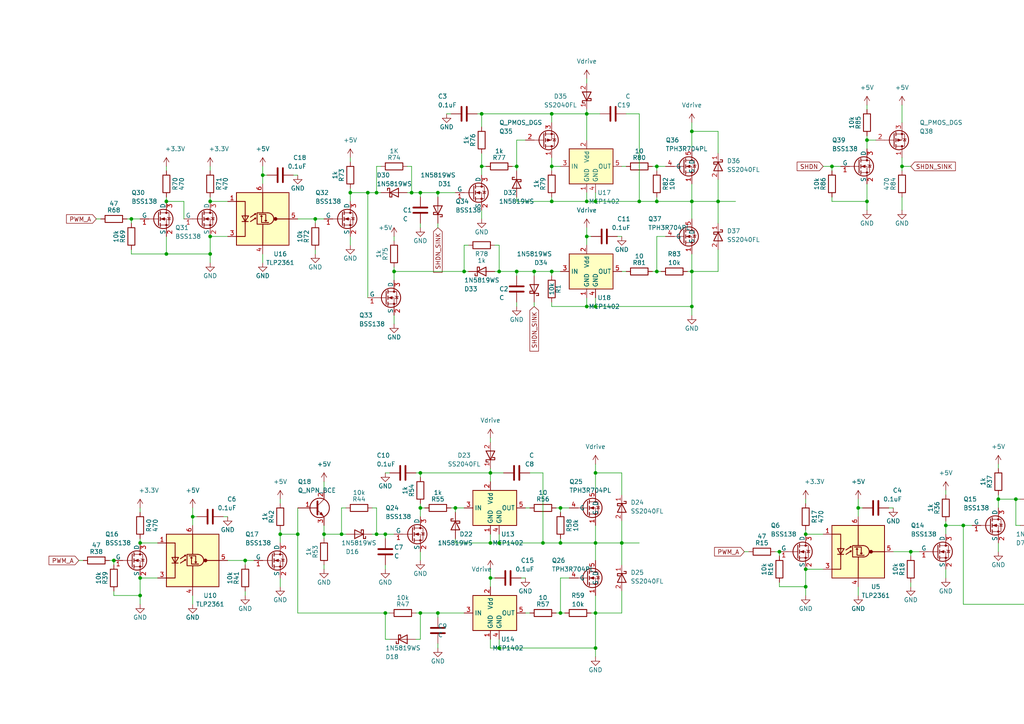
<source format=kicad_sch>
(kicad_sch (version 20230121) (generator eeschema)
  (paper "A4")
  (junction (at 55.88 149.86))
  (junction (at 375.92 154.94))
  (junction (at 375.92 134.62))
  (junction (at 60.96 58.42))
  (junction (at 289.56 144.78))
  (junction (at 279.4 152.4))
  (junction (at 233.68 165.1))
  (junction (at 160.02 33.02))
  (junction (at 365.76 154.94))
  (junction (at 76.2 50.8))
  (junction (at 365.76 144.78))
  (junction (at 264.16 160.02))
  (junction (at 101.6 55.88))
  (junction (at 111.76 177.8))
  (junction (at 347.98 154.94))
  (junction (at 109.22 154.94))
  (junction (at 149.86 48.26))
  (junction (at 172.72 157.48))
  (junction (at 48.26 58.42))
  (junction (at 139.7 48.26))
  (junction (at 375.92 185.42))
  (junction (at 144.78 78.74))
  (junction (at 248.92 147.32))
  (junction (at 208.28 58.42))
  (junction (at 322.58 175.26))
  (junction (at 261.62 48.26))
  (junction (at 332.74 175.26))
  (junction (at 91.44 63.5))
  (junction (at 142.24 137.16))
  (junction (at 190.5 78.74))
  (junction (at 172.72 177.8))
  (junction (at 71.12 162.56))
  (junction (at 134.62 78.74))
  (junction (at 106.68 55.88))
  (junction (at 335.28 144.78))
  (junction (at 157.48 157.48))
  (junction (at 172.72 88.9))
  (junction (at 86.36 154.94))
  (junction (at 38.1 63.5))
  (junction (at 170.18 58.42))
  (junction (at 200.66 88.9))
  (junction (at 127 177.8))
  (junction (at 99.06 154.94))
  (junction (at 200.66 78.74))
  (junction (at 121.92 55.88))
  (junction (at 40.64 172.72))
  (junction (at 149.86 78.74))
  (junction (at 190.5 48.26))
  (junction (at 170.18 33.02))
  (junction (at 139.7 33.02))
  (junction (at 233.68 170.18))
  (junction (at 375.92 175.26))
  (junction (at 162.56 177.8))
  (junction (at 170.18 88.9))
  (junction (at 144.78 157.48))
  (junction (at 347.98 185.42))
  (junction (at 251.46 58.42))
  (junction (at 170.18 68.58))
  (junction (at 40.64 167.64))
  (junction (at 144.78 187.96))
  (junction (at 121.92 177.8))
  (junction (at 111.76 154.94))
  (junction (at 335.28 154.94))
  (junction (at 241.3 48.26))
  (junction (at 180.34 157.48))
  (junction (at 233.68 154.94))
  (junction (at 40.64 157.48))
  (junction (at 121.92 137.16))
  (junction (at 119.38 55.88))
  (junction (at 200.66 38.1))
  (junction (at 33.02 162.56))
  (junction (at 160.02 78.74))
  (junction (at 60.96 68.58))
  (junction (at 81.28 154.94))
  (junction (at 345.44 154.94))
  (junction (at 60.96 73.66))
  (junction (at 294.64 144.78))
  (junction (at 172.72 187.96))
  (junction (at 314.96 144.78))
  (junction (at 304.8 152.4))
  (junction (at 172.72 137.16))
  (junction (at 93.98 154.94))
  (junction (at 160.02 58.42))
  (junction (at 274.32 152.4))
  (junction (at 325.12 144.78))
  (junction (at 114.3 78.74))
  (junction (at 345.44 129.54))
  (junction (at 48.26 73.66))
  (junction (at 185.42 58.42))
  (junction (at 162.56 157.48))
  (junction (at 154.94 78.74))
  (junction (at 160.02 48.26))
  (junction (at 162.56 147.32))
  (junction (at 226.06 160.02))
  (junction (at 109.22 55.88))
  (junction (at 132.08 147.32))
  (junction (at 383.54 154.94))
  (junction (at 200.66 58.42))
  (junction (at 335.28 129.54))
  (junction (at 360.68 154.94))
  (junction (at 142.24 167.64))
  (junction (at 190.5 58.42))
  (junction (at 121.92 147.32))
  (junction (at 172.72 58.42))
  (junction (at 251.46 40.64))
  (junction (at 142.24 157.48))
  (junction (at 365.76 175.26))
  (junction (at 127 55.88))
  (wire (pts (xy 347.98 154.94) (xy 360.68 154.94)))
  (wire (pts (xy 335.28 129.54) (xy 335.28 132.08)))
  (wire (pts (xy 383.54 175.26) (xy 375.92 175.26)))
  (wire (pts (xy 144.78 71.12) (xy 144.78 78.74)))
  (wire (pts (xy 190.5 68.58) (xy 193.04 68.58)))
  (wire (pts (xy 57.15 149.86) (xy 55.88 149.86)))
  (wire (pts (xy 154.94 80.01) (xy 154.94 78.74)))
  (wire (pts (xy 142.24 135.89) (xy 142.24 137.16)))
  (wire (pts (xy 86.36 154.94) (xy 86.36 177.8)))
  (wire (pts (xy 60.96 48.26) (xy 60.96 49.53)))
  (wire (pts (xy 289.56 143.51) (xy 289.56 144.78)))
  (wire (pts (xy 109.22 55.88) (xy 110.49 55.88)))
  (wire (pts (xy 144.78 157.48) (xy 157.48 157.48)))
  (wire (pts (xy 303.53 152.4) (xy 304.8 152.4)))
  (wire (pts (xy 233.68 165.1) (xy 238.76 165.1)))
  (wire (pts (xy 132.08 147.32) (xy 134.62 147.32)))
  (wire (pts (xy 180.34 151.13) (xy 180.34 157.48)))
  (wire (pts (xy 172.72 58.42) (xy 185.42 58.42)))
  (wire (pts (xy 143.51 167.64) (xy 142.24 167.64)))
  (wire (pts (xy 189.23 48.26) (xy 190.5 48.26)))
  (wire (pts (xy 331.47 167.64) (xy 332.74 167.64)))
  (wire (pts (xy 375.92 170.18) (xy 375.92 175.26)))
  (wire (pts (xy 160.02 57.15) (xy 160.02 58.42)))
  (wire (pts (xy 274.32 152.4) (xy 274.32 154.94)))
  (wire (pts (xy 365.76 175.26) (xy 365.76 165.1)))
  (wire (pts (xy 91.44 72.39) (xy 91.44 73.66)))
  (wire (pts (xy 162.56 156.21) (xy 162.56 157.48)))
  (wire (pts (xy 325.12 137.16) (xy 325.12 144.78)))
  (wire (pts (xy 289.56 144.78) (xy 289.56 147.32)))
  (wire (pts (xy 91.44 63.5) (xy 91.44 64.77)))
  (wire (pts (xy 170.18 58.42) (xy 172.72 58.42)))
  (wire (pts (xy 101.6 55.88) (xy 101.6 58.42)))
  (wire (pts (xy 144.78 157.48) (xy 144.78 154.94)))
  (wire (pts (xy 335.28 153.67) (xy 335.28 154.94)))
  (wire (pts (xy 36.83 63.5) (xy 38.1 63.5)))
  (wire (pts (xy 111.76 163.83) (xy 111.76 165.1)))
  (wire (pts (xy 127 177.8) (xy 127 179.07)))
  (wire (pts (xy 172.72 152.4) (xy 172.72 157.48)))
  (wire (pts (xy 118.11 48.26) (xy 119.38 48.26)))
  (wire (pts (xy 233.68 154.94) (xy 238.76 154.94)))
  (wire (pts (xy 60.96 76.2) (xy 60.96 73.66)))
  (wire (pts (xy 383.54 148.59) (xy 383.54 154.94)))
  (wire (pts (xy 261.62 57.15) (xy 261.62 60.96)))
  (wire (pts (xy 81.28 144.78) (xy 81.28 146.05)))
  (wire (pts (xy 172.72 172.72) (xy 172.72 177.8)))
  (wire (pts (xy 208.28 58.42) (xy 200.66 58.42)))
  (wire (pts (xy 170.18 33.02) (xy 173.99 33.02)))
  (wire (pts (xy 185.42 33.02) (xy 185.42 58.42)))
  (wire (pts (xy 383.54 154.94) (xy 375.92 154.94)))
  (wire (pts (xy 142.24 127) (xy 142.24 128.27)))
  (wire (pts (xy 111.76 177.8) (xy 113.03 177.8)))
  (wire (pts (xy 345.44 119.38) (xy 345.44 120.65)))
  (wire (pts (xy 148.59 48.26) (xy 149.86 48.26)))
  (wire (pts (xy 101.6 45.72) (xy 101.6 46.99)))
  (wire (pts (xy 139.7 60.96) (xy 139.7 63.5)))
  (wire (pts (xy 200.66 58.42) (xy 190.5 58.42)))
  (wire (pts (xy 154.94 78.74) (xy 160.02 78.74)))
  (wire (pts (xy 121.92 177.8) (xy 121.92 185.42)))
  (wire (pts (xy 170.18 31.75) (xy 170.18 33.02)))
  (wire (pts (xy 345.44 154.94) (xy 347.98 154.94)))
  (wire (pts (xy 161.29 147.32) (xy 162.56 147.32)))
  (wire (pts (xy 109.22 147.32) (xy 109.22 154.94)))
  (wire (pts (xy 111.76 177.8) (xy 111.76 185.42)))
  (wire (pts (xy 99.06 147.32) (xy 99.06 154.94)))
  (wire (pts (xy 323.85 175.26) (xy 322.58 175.26)))
  (wire (pts (xy 345.44 129.54) (xy 345.44 137.16)))
  (wire (pts (xy 180.34 78.74) (xy 181.61 78.74)))
  (wire (pts (xy 48.26 48.26) (xy 48.26 49.53)))
  (wire (pts (xy 279.4 152.4) (xy 281.94 152.4)))
  (wire (pts (xy 347.98 185.42) (xy 347.98 182.88)))
  (wire (pts (xy 325.12 137.16) (xy 327.66 137.16)))
  (wire (pts (xy 180.34 157.48) (xy 172.72 157.48)))
  (wire (pts (xy 170.18 66.04) (xy 170.18 68.58)))
  (wire (pts (xy 170.18 86.36) (xy 170.18 88.9)))
  (wire (pts (xy 151.13 167.64) (xy 152.4 167.64)))
  (wire (pts (xy 101.6 54.61) (xy 101.6 55.88)))
  (wire (pts (xy 208.28 58.42) (xy 213.36 58.42)))
  (wire (pts (xy 208.28 78.74) (xy 200.66 78.74)))
  (wire (pts (xy 171.45 68.58) (xy 170.18 68.58)))
  (wire (pts (xy 251.46 30.48) (xy 251.46 31.75)))
  (wire (pts (xy 160.02 78.74) (xy 160.02 80.01)))
  (wire (pts (xy 233.68 165.1) (xy 233.68 170.18)))
  (wire (pts (xy 294.64 152.4) (xy 295.91 152.4)))
  (wire (pts (xy 365.76 144.78) (xy 365.76 146.05)))
  (wire (pts (xy 332.74 175.26) (xy 337.82 175.26)))
  (wire (pts (xy 149.86 87.63) (xy 149.86 88.9)))
  (wire (pts (xy 40.64 167.64) (xy 45.72 167.64)))
  (wire (pts (xy 360.68 129.54) (xy 360.68 154.94)))
  (wire (pts (xy 208.28 38.1) (xy 200.66 38.1)))
  (wire (pts (xy 121.92 147.32) (xy 121.92 146.05)))
  (wire (pts (xy 185.42 58.42) (xy 190.5 58.42)))
  (wire (pts (xy 149.86 48.26) (xy 149.86 49.53)))
  (wire (pts (xy 38.1 63.5) (xy 40.64 63.5)))
  (wire (pts (xy 170.18 68.58) (xy 170.18 71.12)))
  (wire (pts (xy 200.66 35.56) (xy 200.66 38.1)))
  (wire (pts (xy 233.68 153.67) (xy 233.68 154.94)))
  (wire (pts (xy 345.44 165.1) (xy 345.44 167.64)))
  (wire (pts (xy 335.28 144.78) (xy 335.28 146.05)))
  (wire (pts (xy 160.02 88.9) (xy 170.18 88.9)))
  (wire (pts (xy 325.12 153.67) (xy 325.12 154.94)))
  (wire (pts (xy 200.66 38.1) (xy 200.66 43.18)))
  (wire (pts (xy 274.32 152.4) (xy 274.32 151.13)))
  (wire (pts (xy 120.65 177.8) (xy 121.92 177.8)))
  (wire (pts (xy 323.85 144.78) (xy 325.12 144.78)))
  (wire (pts (xy 264.16 160.02) (xy 264.16 161.29)))
  (wire (pts (xy 180.34 171.45) (xy 180.34 177.8)))
  (wire (pts (xy 55.88 149.86) (xy 55.88 147.32)))
  (wire (pts (xy 257.81 147.32) (xy 259.08 147.32)))
  (wire (pts (xy 200.66 58.42) (xy 200.66 63.5)))
  (wire (pts (xy 40.64 147.32) (xy 40.64 148.59)))
  (wire (pts (xy 120.65 137.16) (xy 121.92 137.16)))
  (wire (pts (xy 170.18 88.9) (xy 172.72 88.9)))
  (wire (pts (xy 48.26 57.15) (xy 48.26 58.42)))
  (wire (pts (xy 365.76 144.78) (xy 368.3 144.78)))
  (wire (pts (xy 76.2 50.8) (xy 76.2 48.26)))
  (wire (pts (xy 364.49 144.78) (xy 365.76 144.78)))
  (wire (pts (xy 55.88 172.72) (xy 55.88 175.26)))
  (wire (pts (xy 40.64 167.64) (xy 40.64 172.72)))
  (wire (pts (xy 261.62 45.72) (xy 261.62 48.26)))
  (wire (pts (xy 123.19 147.32) (xy 121.92 147.32)))
  (wire (pts (xy 132.08 156.21) (xy 132.08 157.48)))
  (wire (pts (xy 172.72 157.48) (xy 172.72 162.56)))
  (wire (pts (xy 60.96 58.42) (xy 66.04 58.42)))
  (wire (pts (xy 22.86 162.56) (xy 24.13 162.56)))
  (wire (pts (xy 140.97 48.26) (xy 139.7 48.26)))
  (wire (pts (xy 279.4 175.26) (xy 322.58 175.26)))
  (wire (pts (xy 64.77 149.86) (xy 66.04 149.86)))
  (wire (pts (xy 130.81 33.02) (xy 129.54 33.02)))
  (wire (pts (xy 114.3 77.47) (xy 114.3 78.74)))
  (wire (pts (xy 261.62 30.48) (xy 261.62 35.56)))
  (wire (pts (xy 127 66.04) (xy 127 64.77)))
  (wire (pts (xy 190.5 78.74) (xy 191.77 78.74)))
  (wire (pts (xy 161.29 177.8) (xy 162.56 177.8)))
  (wire (pts (xy 114.3 91.44) (xy 114.3 93.98)))
  (wire (pts (xy 77.47 50.8) (xy 76.2 50.8)))
  (wire (pts (xy 121.92 55.88) (xy 121.92 57.15)))
  (wire (pts (xy 180.34 48.26) (xy 181.61 48.26)))
  (wire (pts (xy 71.12 171.45) (xy 71.12 172.72)))
  (wire (pts (xy 81.28 154.94) (xy 81.28 153.67)))
  (wire (pts (xy 172.72 177.8) (xy 172.72 187.96)))
  (wire (pts (xy 170.18 22.86) (xy 170.18 24.13)))
  (wire (pts (xy 114.3 68.58) (xy 114.3 69.85)))
  (wire (pts (xy 180.34 157.48) (xy 185.42 157.48)))
  (wire (pts (xy 118.11 55.88) (xy 119.38 55.88)))
  (wire (pts (xy 157.48 137.16) (xy 157.48 157.48)))
  (wire (pts (xy 53.34 58.42) (xy 48.26 58.42)))
  (wire (pts (xy 208.28 44.45) (xy 208.28 38.1)))
  (wire (pts (xy 55.88 149.86) (xy 55.88 152.4)))
  (wire (pts (xy 134.62 71.12) (xy 134.62 78.74)))
  (wire (pts (xy 180.34 137.16) (xy 172.72 137.16)))
  (wire (pts (xy 93.98 152.4) (xy 93.98 154.94)))
  (wire (pts (xy 200.66 53.34) (xy 200.66 58.42)))
  (wire (pts (xy 109.22 48.26) (xy 110.49 48.26)))
  (wire (pts (xy 200.66 73.66) (xy 200.66 78.74)))
  (wire (pts (xy 345.44 182.88) (xy 345.44 185.42)))
  (wire (pts (xy 160.02 45.72) (xy 160.02 48.26)))
  (wire (pts (xy 241.3 48.26) (xy 241.3 49.53)))
  (wire (pts (xy 48.26 68.58) (xy 48.26 73.66)))
  (wire (pts (xy 139.7 48.26) (xy 139.7 44.45)))
  (wire (pts (xy 91.44 63.5) (xy 93.98 63.5)))
  (wire (pts (xy 248.92 147.32) (xy 248.92 149.86)))
  (wire (pts (xy 335.28 144.78) (xy 337.82 144.78)))
  (wire (pts (xy 375.92 132.08) (xy 375.92 134.62)))
  (wire (pts (xy 251.46 39.37) (xy 251.46 40.64)))
  (wire (pts (xy 171.45 177.8) (xy 172.72 177.8)))
  (wire (pts (xy 251.46 53.34) (xy 251.46 58.42)))
  (wire (pts (xy 119.38 55.88) (xy 121.92 55.88)))
  (wire (pts (xy 149.86 40.64) (xy 149.86 48.26)))
  (wire (pts (xy 121.92 138.43) (xy 121.92 137.16)))
  (wire (pts (xy 101.6 55.88) (xy 106.68 55.88)))
  (wire (pts (xy 360.68 154.94) (xy 365.76 154.94)))
  (wire (pts (xy 114.3 78.74) (xy 134.62 78.74)))
  (wire (pts (xy 162.56 167.64) (xy 165.1 167.64)))
  (wire (pts (xy 250.19 147.32) (xy 248.92 147.32)))
  (wire (pts (xy 121.92 147.32) (xy 121.92 149.86)))
  (wire (pts (xy 152.4 147.32) (xy 153.67 147.32)))
  (wire (pts (xy 31.75 162.56) (xy 33.02 162.56)))
  (wire (pts (xy 335.28 129.54) (xy 345.44 129.54)))
  (wire (pts (xy 355.6 144.78) (xy 356.87 144.78)))
  (wire (pts (xy 248.92 170.18) (xy 248.92 172.72)))
  (wire (pts (xy 142.24 157.48) (xy 144.78 157.48)))
  (wire (pts (xy 135.89 78.74) (xy 134.62 78.74)))
  (wire (pts (xy 189.23 78.74) (xy 190.5 78.74)))
  (wire (pts (xy 111.76 154.94) (xy 111.76 156.21)))
  (wire (pts (xy 289.56 157.48) (xy 289.56 160.02)))
  (wire (pts (xy 33.02 162.56) (xy 33.02 163.83)))
  (wire (pts (xy 157.48 157.48) (xy 162.56 157.48)))
  (wire (pts (xy 375.92 154.94) (xy 375.92 160.02)))
  (wire (pts (xy 172.72 88.9) (xy 172.72 86.36)))
  (wire (pts (xy 40.64 157.48) (xy 45.72 157.48)))
  (wire (pts (xy 127 186.69) (xy 127 187.96)))
  (wire (pts (xy 331.47 175.26) (xy 332.74 175.26)))
  (wire (pts (xy 180.34 143.51) (xy 180.34 137.16)))
  (wire (pts (xy 66.04 162.56) (xy 71.12 162.56)))
  (wire (pts (xy 27.94 63.5) (xy 29.21 63.5)))
  (wire (pts (xy 233.68 172.72) (xy 233.68 170.18)))
  (wire (pts (xy 199.39 78.74) (xy 200.66 78.74)))
  (wire (pts (xy 127 177.8) (xy 134.62 177.8)))
  (wire (pts (xy 86.36 177.8) (xy 111.76 177.8)))
  (wire (pts (xy 144.78 78.74) (xy 149.86 78.74)))
  (wire (pts (xy 274.32 152.4) (xy 279.4 152.4)))
  (wire (pts (xy 335.28 142.24) (xy 335.28 144.78)))
  (wire (pts (xy 33.02 171.45) (xy 33.02 172.72)))
  (wire (pts (xy 121.92 177.8) (xy 127 177.8)))
  (wire (pts (xy 181.61 33.02) (xy 185.42 33.02)))
  (wire (pts (xy 99.06 147.32) (xy 100.33 147.32)))
  (wire (pts (xy 162.56 147.32) (xy 162.56 148.59)))
  (wire (pts (xy 106.68 55.88) (xy 106.68 86.36)))
  (wire (pts (xy 248.92 147.32) (xy 248.92 144.78)))
  (wire (pts (xy 383.54 154.94) (xy 388.62 154.94)))
  (wire (pts (xy 76.2 50.8) (xy 76.2 53.34)))
  (wire (pts (xy 190.5 48.26) (xy 193.04 48.26)))
  (wire (pts (xy 142.24 187.96) (xy 144.78 187.96)))
  (wire (pts (xy 106.68 55.88) (xy 109.22 55.88)))
  (wire (pts (xy 120.65 185.42) (xy 121.92 185.42)))
  (wire (pts (xy 144.78 187.96) (xy 172.72 187.96)))
  (wire (pts (xy 179.07 68.58) (xy 180.34 68.58)))
  (wire (pts (xy 261.62 48.26) (xy 261.62 49.53)))
  (wire (pts (xy 375.92 149.86) (xy 375.92 154.94)))
  (wire (pts (xy 172.72 88.9) (xy 200.66 88.9)))
  (wire (pts (xy 274.32 142.24) (xy 274.32 143.51)))
  (wire (pts (xy 241.3 58.42) (xy 251.46 58.42)))
  (wire (pts (xy 152.4 177.8) (xy 153.67 177.8)))
  (wire (pts (xy 153.67 137.16) (xy 157.48 137.16)))
  (wire (pts (xy 314.96 144.78) (xy 314.96 140.97)))
  (wire (pts (xy 383.54 168.91) (xy 383.54 175.26)))
  (wire (pts (xy 322.58 167.64) (xy 322.58 175.26)))
  (wire (pts (xy 99.06 154.94) (xy 93.98 154.94)))
  (wire (pts (xy 127 55.88) (xy 121.92 55.88)))
  (wire (pts (xy 160.02 33.02) (xy 170.18 33.02)))
  (wire (pts (xy 121.92 137.16) (xy 142.24 137.16)))
  (wire (pts (xy 81.28 154.94) (xy 86.36 154.94)))
  (wire (pts (xy 119.38 48.26) (xy 119.38 55.88)))
  (wire (pts (xy 127 55.88) (xy 132.08 55.88)))
  (wire (pts (xy 200.66 91.44) (xy 200.66 88.9)))
  (wire (pts (xy 142.24 165.1) (xy 142.24 167.64)))
  (wire (pts (xy 142.24 167.64) (xy 142.24 170.18)))
  (wire (pts (xy 215.9 160.02) (xy 217.17 160.02)))
  (wire (pts (xy 160.02 87.63) (xy 160.02 88.9)))
  (wire (pts (xy 294.64 144.78) (xy 294.64 152.4)))
  (wire (pts (xy 304.8 144.78) (xy 304.8 152.4)))
  (wire (pts (xy 144.78 187.96) (xy 144.78 185.42)))
  (wire (pts (xy 289.56 134.62) (xy 289.56 135.89)))
  (wire (pts (xy 71.12 162.56) (xy 71.12 163.83)))
  (wire (pts (xy 132.08 157.48) (xy 142.24 157.48)))
  (wire (pts (xy 86.36 147.32) (xy 86.36 154.94)))
  (wire (pts (xy 190.5 78.74) (xy 190.5 68.58)))
  (wire (pts (xy 383.54 134.62) (xy 375.92 134.62)))
  (wire (pts (xy 48.26 73.66) (xy 60.96 73.66)))
  (wire (pts (xy 314.96 129.54) (xy 335.28 129.54)))
  (wire (pts (xy 190.5 48.26) (xy 190.5 49.53)))
  (wire (pts (xy 356.87 129.54) (xy 360.68 129.54)))
  (wire (pts (xy 170.18 33.02) (xy 170.18 40.64)))
  (wire (pts (xy 364.49 175.26) (xy 365.76 175.26)))
  (wire (pts (xy 160.02 78.74) (xy 162.56 78.74)))
  (wire (pts (xy 264.16 168.91) (xy 264.16 170.18)))
  (wire (pts (xy 325.12 144.78) (xy 325.12 146.05)))
  (wire (pts (xy 375.92 134.62) (xy 375.92 139.7)))
  (wire (pts (xy 38.1 72.39) (xy 38.1 73.66)))
  (wire (pts (xy 180.34 177.8) (xy 172.72 177.8)))
  (wire (pts (xy 314.96 144.78) (xy 314.96 147.32)))
  (wire (pts (xy 142.24 137.16) (xy 146.05 137.16)))
  (wire (pts (xy 107.95 154.94) (xy 109.22 154.94)))
  (wire (pts (xy 226.06 160.02) (xy 226.06 161.29)))
  (wire (pts (xy 345.44 152.4) (xy 345.44 154.94)))
  (wire (pts (xy 322.58 167.64) (xy 323.85 167.64)))
  (wire (pts (xy 226.06 168.91) (xy 226.06 170.18)))
  (wire (pts (xy 375.92 154.94) (xy 365.76 154.94)))
  (wire (pts (xy 130.81 147.32) (xy 132.08 147.32)))
  (wire (pts (xy 294.64 144.78) (xy 289.56 144.78)))
  (wire (pts (xy 208.28 72.39) (xy 208.28 78.74)))
  (wire (pts (xy 208.28 52.07) (xy 208.28 58.42)))
  (wire (pts (xy 345.44 185.42) (xy 347.98 185.42)))
  (wire (pts (xy 149.86 58.42) (xy 160.02 58.42)))
  (wire (pts (xy 355.6 175.26) (xy 356.87 175.26)))
  (wire (pts (xy 138.43 33.02) (xy 139.7 33.02)))
  (wire (pts (xy 93.98 163.83) (xy 93.98 165.1)))
  (wire (pts (xy 365.76 153.67) (xy 365.76 154.94)))
  (wire (pts (xy 375.92 175.26) (xy 375.92 185.42)))
  (wire (pts (xy 81.28 154.94) (xy 81.28 157.48)))
  (wire (pts (xy 365.76 175.26) (xy 367.03 175.26)))
  (wire (pts (xy 38.1 73.66) (xy 48.26 73.66)))
  (wire (pts (xy 241.3 57.15) (xy 241.3 58.42)))
  (wire (pts (xy 143.51 78.74) (xy 144.78 78.74)))
  (wire (pts (xy 172.72 58.42) (xy 172.72 55.88)))
  (wire (pts (xy 172.72 137.16) (xy 172.72 142.24)))
  (wire (pts (xy 60.96 68.58) (xy 66.04 68.58)))
  (wire (pts (xy 134.62 71.12) (xy 135.89 71.12)))
  (wire (pts (xy 149.86 78.74) (xy 149.86 80.01)))
  (wire (pts (xy 121.92 64.77) (xy 121.92 66.04)))
  (wire (pts (xy 190.5 57.15) (xy 190.5 58.42)))
  (wire (pts (xy 81.28 167.64) (xy 81.28 170.18)))
  (wire (pts (xy 238.76 48.26) (xy 241.3 48.26)))
  (wire (pts (xy 93.98 139.7) (xy 93.98 142.24)))
  (wire (pts (xy 251.46 40.64) (xy 251.46 43.18)))
  (wire (pts (xy 375.92 187.96) (xy 375.92 185.42)))
  (wire (pts (xy 316.23 144.78) (xy 314.96 144.78)))
  (wire (pts (xy 304.8 152.4) (xy 307.34 152.4)))
  (wire (pts (xy 142.24 154.94) (xy 142.24 157.48)))
  (wire (pts (xy 274.32 165.1) (xy 274.32 167.64)))
  (wire (pts (xy 162.56 177.8) (xy 163.83 177.8)))
  (wire (pts (xy 345.44 129.54) (xy 349.25 129.54)))
  (wire (pts (xy 109.22 154.94) (xy 111.76 154.94)))
  (wire (pts (xy 139.7 48.26) (xy 139.7 50.8)))
  (wire (pts (xy 60.96 57.15) (xy 60.96 58.42)))
  (wire (pts (xy 233.68 144.78) (xy 233.68 146.05)))
  (wire (pts (xy 180.34 157.48) (xy 180.34 163.83)))
  (wire (pts (xy 111.76 154.94) (xy 114.3 154.94)))
  (wire (pts (xy 76.2 73.66) (xy 76.2 76.2)))
  (wire (pts (xy 33.02 172.72) (xy 40.64 172.72)))
  (wire (pts (xy 40.64 156.21) (xy 40.64 157.48)))
  (wire (pts (xy 139.7 33.02) (xy 160.02 33.02)))
  (wire (pts (xy 345.44 128.27) (xy 345.44 129.54)))
  (wire (pts (xy 162.56 147.32) (xy 165.1 147.32)))
  (wire (pts (xy 60.96 68.58) (xy 60.96 73.66)))
  (wire (pts (xy 142.24 137.16) (xy 142.24 139.7)))
  (wire (pts (xy 99.06 154.94) (xy 100.33 154.94)))
  (wire (pts (xy 264.16 160.02) (xy 266.7 160.02)))
  (wire (pts (xy 365.76 165.1) (xy 368.3 165.1)))
  (wire (pts (xy 325.12 154.94) (xy 335.28 154.94)))
  (wire (pts (xy 85.09 50.8) (xy 86.36 50.8)))
  (wire (pts (xy 200.66 78.74) (xy 200.66 88.9)))
  (wire (pts (xy 38.1 63.5) (xy 38.1 64.77)))
  (wire (pts (xy 259.08 160.02) (xy 264.16 160.02)))
  (wire (pts (xy 251.46 40.64) (xy 254 40.64)))
  (wire (pts (xy 279.4 152.4) (xy 279.4 175.26)))
  (wire (pts (xy 53.34 58.42) (xy 53.34 63.5)))
  (wire (pts (xy 160.02 48.26) (xy 162.56 48.26)))
  (wire (pts (xy 114.3 78.74) (xy 114.3 81.28)))
  (wire (pts (xy 172.72 157.48) (xy 162.56 157.48)))
  (wire (pts (xy 335.28 154.94) (xy 345.44 154.94)))
  (wire (pts (xy 172.72 190.5) (xy 172.72 187.96)))
  (wire (pts (xy 208.28 58.42) (xy 208.28 64.77)))
  (wire (pts (xy 172.72 134.62) (xy 172.72 137.16)))
  (wire (pts (xy 314.96 157.48) (xy 314.96 160.02)))
  (wire (pts (xy 139.7 33.02) (xy 139.7 36.83)))
  (wire (pts (xy 109.22 48.26) (xy 109.22 55.88)))
  (wire (pts (xy 251.46 60.96) (xy 251.46 58.42)))
  (wire (pts (xy 162.56 177.8) (xy 162.56 167.64)))
  (wire (pts (xy 132.08 147.32) (xy 132.08 148.59)))
  (wire (pts (xy 383.54 140.97) (xy 383.54 134.62)))
  (wire (pts (xy 149.86 40.64) (xy 152.4 40.64)))
  (wire (pts (xy 374.65 175.26) (xy 375.92 175.26)))
  (wire (pts (xy 149.86 78.74) (xy 154.94 78.74)))
  (wire (pts (xy 160.02 33.02) (xy 160.02 35.56)))
  (wire (pts (xy 142.24 185.42) (xy 142.24 187.96)))
  (wire (pts (xy 121.92 160.02) (xy 121.92 162.56)))
  (wire (pts (xy 226.06 170.18) (xy 233.68 170.18)))
  (wire (pts (xy 224.79 160.02) (xy 226.06 160.02)))
  (wire (pts (xy 241.3 48.26) (xy 243.84 48.26)))
  (wire (pts (xy 154.94 88.9) (xy 154.94 87.63)))
  (wire (pts (xy 107.95 147.32) (xy 109.22 147.32)))
  (wire (pts (xy 303.53 144.78) (xy 304.8 144.78)))
  (wire (pts (xy 113.03 185.42) (xy 111.76 185.42)))
  (wire (pts (xy 149.86 57.15) (xy 149.86 58.42)))
  (wire (pts (xy 127 57.15) (xy 127 55.88)))
  (wire (pts (xy 332.74 167.64) (xy 332.74 175.26)))
  (wire (pts (xy 347.98 154.94) (xy 347.98 152.4)))
  (wire (pts (xy 314.96 129.54) (xy 314.96 133.35)))
  (wire (pts (xy 86.36 63.5) (xy 91.44 63.5)))
  (wire (pts (xy 101.6 68.58) (xy 101.6 71.12)))
  (wire (pts (xy 383.54 154.94) (xy 383.54 161.29)))
  (wire (pts (xy 347.98 185.42) (xy 375.92 185.42)))
  (wire (pts (xy 294.64 144.78) (xy 295.91 144.78)))
  (wire (pts (xy 160.02 48.26) (xy 160.02 49.53)))
  (wire (pts (xy 71.12 162.56) (xy 73.66 162.56)))
  (wire (pts (xy 40.64 175.26) (xy 40.64 172.72)))
  (wire (pts (xy 160.02 58.42) (xy 170.18 58.42)))
  (wire (pts (xy 264.16 48.26) (xy 261.62 48.26)))
  (wire (pts (xy 113.03 137.16) (xy 111.76 137.16)))
  (wire (pts (xy 143.51 71.12) (xy 144.78 71.12)))
  (wire (pts (xy 93.98 154.94) (xy 93.98 156.21)))
  (wire (pts (xy 170.18 55.88) (xy 170.18 58.42)))
  (global_label "PWM_A" (shape input) (at 22.86 162.56 180) (property "Intersheetrefs" "${INTERSHEET_REFS}" (effects hide)))
  (global_label "SHDN_SINK" (shape input) (at 127 66.04 270) (property "Intersheetrefs" "${INTERSHEET_REFS}" (effects hide)))
  (global_label "SHDN_SINK" (shape input) (at 154.94 88.9 270) (property "Intersheetrefs" "${INTERSHEET_REFS}" (effects hide)))
  (global_label "PWM_A" (shape input) (at 215.9 160.02 180) (property "Intersheetrefs" "${INTERSHEET_REFS}" (effects hide)))
  (global_label "SHDN" (shape input) (at 238.76 48.26 180) (property "Intersheetrefs" "${INTERSHEET_REFS}" (effects hide)))
  (global_label "SHDN_SINK" (shape input) (at 264.16 48.26 0) (property "Intersheetrefs" "${INTERSHEET_REFS}" (effects hide)))
  (global_label "PWM_A" (shape input) (at 27.94 63.5 180) (property "Intersheetrefs" "${INTERSHEET_REFS}" (effects hide)))
  (symbol (lib_name "Q_NMOS_GSD_1") (lib_id "Device:Q_NMOS_GSD") (at 78.74 162.56 0) (unit 1)
    (property "Reference" "Q17" (at 71.12 154.94 0) (effects (justify left)))
    (property "Value" "BSS138" (at 71.12 157.48 0) (effects (justify left)))
    (property "Footprint" "Package_TO_SOT_SMD:SOT-23" (effects hide))
  )
  (symbol (lib_id "power:GND") (at 121.92 66.04 0) (unit 1)
    (property "Reference" "#PWR01" (effects hide))
    (property "Value" "GND" (at 121.92 69.85 0))
  )
  (symbol (lib_id "Device:C") (at 149.86 83.82 0) (unit 1)
    (property "Reference" "C2" (at 144.78 83.82 0) (effects (justify left)))
    (property "Value" "C" (at 144.78 86.36 0) (effects (justify left)))
    (property "Footprint" "Capacitor_SMD:C_0603_1608Metric" (effects hide))
  )
  (symbol (lib_id "Device:R") (at 370.84 175.26 270) (unit 1)
    (property "Reference" "R34" (at 370.84 170.18 90))
    (property "Value" "10k" (at 370.84 172.72 90))
    (property "Footprint" "Resistor_SMD:R_0402_1005Metric" (effects hide))
  )
  (symbol (lib_name "D_Schottky_3") (lib_id "Device:D_Schottky") (at 154.94 83.82 270) (mirror x) (unit 1)
    (property "Reference" "D34" (at 154.94 76.2 90) (effects (justify left)))
    (property "Value" "1N5819WS" (at 149.86 73.66 90) (effects (justify left)))
    (property "Footprint" "Diode_SMD:D_SOD-323_HandSoldering" (effects hide))
  )
  (symbol (lib_name "Q_NMOS_GSD_1") (lib_id "Device:Q_NMOS_GSD") (at 119.38 154.94 0) (unit 1)
    (property "Reference" "Q24" (at 111.76 147.32 0) (effects (justify left)))
    (property "Value" "BSS138" (at 111.76 149.86 0) (effects (justify left)))
    (property "Footprint" "Package_TO_SOT_SMD:SOT-23" (effects hide))
  )
  (symbol (lib_id "power:Vdrive") (at 345.44 165.1 0) (unit 1)
    (property "Reference" "#PWR022" (effects hide))
    (property "Value" "Vdrive" (at 345.44 160.02 0))
  )
  (symbol (lib_id "Device:R") (at 60.96 53.34 0) (unit 1)
    (property "Reference" "R71" (at 63.5 53.34 90))
    (property "Value" "470" (at 65.405 53.34 90))
    (property "Footprint" "Resistor_SMD:R_0402_1005Metric" (effects hide))
  )
  (symbol (lib_id "Device:R") (at 327.66 167.64 90) (unit 1)
    (property "Reference" "R21" (at 327.66 165.1 90))
    (property "Value" "10k" (at 327.66 163.195 90))
    (property "Footprint" "Resistor_SMD:R_0402_1005Metric" (effects hide))
  )
  (symbol (lib_id "Device:R") (at 40.64 152.4 0) (unit 1)
    (property "Reference" "R40" (at 43.18 152.4 90))
    (property "Value" "470" (at 45.085 152.4 90))
    (property "Footprint" "Resistor_SMD:R_0402_1005Metric" (effects hide))
  )
  (symbol (lib_id "power:GND") (at 55.88 175.26 0) (unit 1)
    (property "Reference" "#PWR032" (effects hide))
    (property "Value" "GND" (at 55.88 179.07 0))
  )
  (symbol (lib_id "Device:C") (at 81.28 50.8 90) (unit 1)
    (property "Reference" "C18" (at 88.9 45.72 90) (effects (justify left)))
    (property "Value" "0.1uF" (at 88.9 48.26 90) (effects (justify left)))
    (property "Footprint" "Capacitor_SMD:C_0402_1005Metric" (effects hide))
  )
  (symbol (lib_id "Device:C") (at 127 182.88 0) (unit 1)
    (property "Reference" "C9" (at 127 181.61 0) (effects (justify left)))
    (property "Value" "C" (at 127 184.15 0) (effects (justify left)))
    (property "Footprint" "Capacitor_SMD:C_0603_1608Metric" (effects hide))
  )
  (symbol (lib_id "Device:R") (at 157.48 147.32 90) (unit 1)
    (property "Reference" "R56" (at 157.48 144.78 90))
    (property "Value" "10" (at 157.48 142.875 90))
    (property "Footprint" "Resistor_SMD:R_0603_1608Metric" (effects hide))
  )
  (symbol (lib_id "Device:C") (at 116.84 137.16 270) (mirror x) (unit 1)
    (property "Reference" "C10" (at 109.22 132.08 90) (effects (justify left)))
    (property "Value" "0.1uF" (at 109.22 134.62 90) (effects (justify left)))
    (property "Footprint" "Capacitor_SMD:C_0402_1005Metric" (effects hide))
  )
  (symbol (lib_id "power:GND") (at 111.76 165.1 0) (unit 1)
    (property "Reference" "#PWR050" (effects hide))
    (property "Value" "GND" (at 111.76 168.91 0))
  )
  (symbol (lib_id "power:GND") (at 289.56 160.02 0) (unit 1)
    (property "Reference" "#PWR028" (effects hide))
    (property "Value" "GND" (at 289.56 163.83 0))
  )
  (symbol (lib_id "Device:R") (at 139.7 71.12 90) (mirror x) (unit 1)
    (property "Reference" "R78" (at 139.7 73.66 90))
    (property "Value" "1k" (at 139.7 75.565 90))
    (property "Footprint" "Resistor_SMD:R_0402_1005Metric" (effects hide))
  )
  (symbol (lib_id "Device:C") (at 254 147.32 90) (unit 1)
    (property "Reference" "C4" (at 261.62 142.24 90) (effects (justify left)))
    (property "Value" "0.1uF" (at 261.62 144.78 90) (effects (justify left)))
    (property "Footprint" "Capacitor_SMD:C_0402_1005Metric" (effects hide))
  )
  (symbol (lib_id "Device:R") (at 157.48 177.8 90) (unit 1)
    (property "Reference" "R57" (at 157.48 175.26 90))
    (property "Value" "10" (at 157.48 173.355 90))
    (property "Footprint" "Resistor_SMD:R_0603_1608Metric" (effects hide))
  )
  (symbol (lib_id "power:GND") (at 274.32 167.64 0) (unit 1)
    (property "Reference" "#PWR025" (effects hide))
    (property "Value" "GND" (at 274.32 171.45 0))
  )
  (symbol (lib_id "Device:R") (at 71.12 167.64 180) (unit 1)
    (property "Reference" "R41" (at 68.58 167.64 90))
    (property "Value" "10k" (at 66.675 167.64 90))
    (property "Footprint" "Resistor_SMD:R_0402_1005Metric" (effects hide))
  )
  (symbol (lib_id "power:+5V") (at 274.32 142.24 0) (unit 1)
    (property "Reference" "#PWR026" (effects hide))
    (property "Value" "+5V" (at 274.32 137.16 0))
  )
  (symbol (lib_name "D_Schottky_3") (lib_id "Device:D_Schottky") (at 327.66 175.26 0) (mirror x) (unit 1)
    (property "Reference" "D8" (at 322.58 180.34 0) (effects (justify left)))
    (property "Value" "1N5819WS" (at 322.58 177.8 0) (effects (justify left)))
    (property "Footprint" "Diode_SMD:D_SOD-323_HandSoldering" (effects hide))
  )
  (symbol (lib_id "power:GND") (at 149.86 88.9 0) (unit 1)
    (property "Reference" "#PWR02" (effects hide))
    (property "Value" "GND" (at 149.86 92.71 0))
  )
  (symbol (lib_id "power:+5V") (at 101.6 45.72 0) (unit 1)
    (property "Reference" "#PWR084" (effects hide))
    (property "Value" "+5V" (at 101.6 40.64 0))
  )
  (symbol (lib_id "power:Vdrive") (at 375.92 132.08 0) (unit 1)
    (property "Reference" "#PWR023" (effects hide))
    (property "Value" "Vdrive" (at 375.92 127 0))
  )
  (symbol (lib_id "Device:D_Schottky") (at 383.54 144.78 270) (unit 1)
    (property "Reference" "D14" (at 386.08 143.1924 90) (effects (justify left)))
    (property "Value" "SS2040FL" (at 386.08 145.7324 90) (effects (justify left)))
    (property "Footprint" "Diode_SMD:D_SOD-123" (effects hide))
  )
  (symbol (lib_id "Isolator:TLP2761") (at 55.88 162.56 0) (unit 1)
    (property "Reference" "U10" (at 60.96 172.72 0))
    (property "Value" "TLP2361" (at 60.96 175.26 0))
    (property "Footprint" "Package_SO:SO-6_4.4x3.6mm_P1.27mm" (effects hide))
    (property "Datasheet" "https://toshiba.semicon-storage.com/info/docget.jsp?did=28819&prodName=TLP2761" (effects hide))
  )
  (symbol (lib_id "power:+3.3V") (at 233.68 144.78 0) (unit 1)
    (property "Reference" "#PWR014" (effects hide))
    (property "Value" "+3.3V" (at 236.22 139.7 0))
  )
  (symbol (lib_name "D_Schottky_3") (lib_id "Device:D_Schottky") (at 132.08 152.4 90) (mirror x) (unit 1)
    (property "Reference" "D22" (at 137.16 154.94 90) (effects (justify left)))
    (property "Value" "1N5819WS" (at 137.16 157.48 90) (effects (justify left)))
    (property "Footprint" "Diode_SMD:D_SOD-323_HandSoldering" (effects hide))
  )
  (symbol (lib_id "power:GND") (at 139.7 63.5 0) (unit 1)
    (property "Reference" "#PWR088" (effects hide))
    (property "Value" "GND" (at 139.7 67.31 0))
  )
  (symbol (lib_id "Device:R") (at 289.56 139.7 180) (unit 1)
    (property "Reference" "R37" (at 287.02 139.7 90))
    (property "Value" "1k" (at 285.115 139.7 90))
    (property "Footprint" "Resistor_SMD:R_0402_1005Metric" (effects hide))
  )
  (symbol (lib_id "Device:D_Schottky") (at 383.54 165.1 270) (unit 1)
    (property "Reference" "D15" (at 386.08 163.5124 90) (effects (justify left)))
    (property "Value" "SS2040FL" (at 386.08 166.0524 90) (effects (justify left)))
    (property "Footprint" "Diode_SMD:D_SOD-123" (effects hide))
  )
  (symbol (lib_id "Isolator:TLP2761") (at 248.92 160.02 0) (unit 1)
    (property "Reference" "U5" (at 254 170.18 0))
    (property "Value" "TLP2361" (at 254 172.72 0))
    (property "Footprint" "Package_SO:SO-6_4.4x3.6mm_P1.27mm" (effects hide))
    (property "Datasheet" "https://toshiba.semicon-storage.com/info/docget.jsp?did=28819&prodName=TLP2761" (effects hide))
  )
  (symbol (lib_id "Device:R") (at 320.04 144.78 270) (mirror x) (unit 1)
    (property "Reference" "R22" (at 320.04 142.24 90))
    (property "Value" "1k" (at 320.04 140.335 90))
    (property "Footprint" "Resistor_SMD:R_0402_1005Metric" (effects hide))
  )
  (symbol (lib_id "power:GND") (at 251.46 60.96 0) (unit 1)
    (property "Reference" "#PWR096" (effects hide))
    (property "Value" "GND" (at 251.46 64.77 0))
  )
  (symbol (lib_name "Q_NMOS_GSD_1") (lib_id "Device:Q_NMOS_GSD") (at 58.42 63.5 0) (unit 1)
    (property "Reference" "Q31" (at 50.8 66.04 0) (effects (justify left)))
    (property "Value" "BSS138" (at 50.8 68.58 0) (effects (justify left)))
    (property "Footprint" "Package_TO_SOT_SMD:SOT-23" (effects hide))
  )
  (symbol (lib_id "Device:R") (at 160.02 83.82 180) (unit 1)
    (property "Reference" "R1" (at 161.925 83.82 90))
    (property "Value" "10k" (at 160.02 83.82 90))
    (property "Footprint" "Resistor_SMD:R_0402_1005Metric" (effects hide))
  )
  (symbol (lib_name "Q_NMOS_GSD_1") (lib_id "Device:Q_NMOS_GSD") (at 99.06 63.5 0) (unit 1)
    (property "Reference" "Q32" (at 91.44 55.88 0) (effects (justify left)))
    (property "Value" "BSS138" (at 91.44 58.42 0) (effects (justify left)))
    (property "Footprint" "Package_TO_SOT_SMD:SOT-23" (effects hide))
  )
  (symbol (lib_name "Q_NMOS_GSD_1") (lib_id "Device:Q_NMOS_GSD") (at 248.92 48.26 0) (unit 1)
    (property "Reference" "Q39" (at 241.3 40.64 0) (effects (justify left)))
    (property "Value" "BSS138" (at 241.3 43.18 0) (effects (justify left)))
    (property "Footprint" "Package_TO_SOT_SMD:SOT-23" (effects hide))
  )
  (symbol (lib_id "power:GND") (at 172.72 190.5 0) (unit 1)
    (property "Reference" "#PWR062" (effects hide))
    (property "Value" "GND" (at 172.72 194.31 0))
  )
  (symbol (lib_id "power:GND") (at 375.92 187.96 0) (unit 1)
    (property "Reference" "#PWR024" (effects hide))
    (property "Value" "GND" (at 375.92 191.77 0))
  )
  (symbol (lib_id "power:GND") (at 127 187.96 0) (unit 1)
    (property "Reference" "#PWR051" (effects hide))
    (property "Value" "GND" (at 127 191.77 0))
  )
  (symbol (lib_id "Device:R") (at 104.14 147.32 90) (unit 1)
    (property "Reference" "R44" (at 104.14 144.78 90))
    (property "Value" "10k" (at 104.14 142.875 90))
    (property "Footprint" "Resistor_SMD:R_0402_1005Metric" (effects hide))
  )
  (symbol (lib_id "Driver_FET:MCP1416") (at 345.44 144.78 0) (unit 1)
    (property "Reference" "U6" (at 350.52 152.4 0))
    (property "Value" "MCP1402" (at 350.52 154.94 0))
    (property "Footprint" "Package_TO_SOT_SMD:SOT-23-5" (effects hide))
    (property "Datasheet" "http://ww1.microchip.com/downloads/en/DeviceDoc/20002092F.pdf" (effects hide))
  )
  (symbol (lib_id "Device:R") (at 261.62 53.34 180) (unit 1)
    (property "Reference" "R84" (at 259.08 53.34 90))
    (property "Value" "470" (at 257.175 53.34 90))
    (property "Footprint" "Resistor_SMD:R_0402_1005Metric" (effects hide))
  )
  (symbol (lib_id "Transistor_FET:FDMS8050") (at 373.38 165.1 0) (unit 1)
    (property "Reference" "Q12" (at 363.22 160.02 0) (effects (justify left)))
    (property "Value" "TPH3R704PL" (at 363.22 162.56 0) (effects (justify left)))
    (property "Footprint" "SOP-Advance-8:SOP-Advance" (effects hide))
    (property "Datasheet" "https://www.onsemi.com/pub/Collateral/FDMS8050-D.pdf" (effects hide))
  )
  (symbol (lib_name "D_Schottky_3") (lib_id "Device:D_Schottky") (at 104.14 154.94 180) (unit 1)
    (property "Reference" "D16" (at 104.14 160.02 0) (effects (justify left)))
    (property "Value" "1N5819WS" (at 109.22 157.48 0) (effects (justify left)))
    (property "Footprint" "Diode_SMD:D_SOD-323_HandSoldering" (effects hide))
  )
  (symbol (lib_name "D_Schottky_3") (lib_id "Device:D_Schottky") (at 116.84 185.42 0) (mirror x) (unit 1)
    (property "Reference" "D18" (at 111.76 190.5 0) (effects (justify left)))
    (property "Value" "1N5819WS" (at 111.76 187.96 0) (effects (justify left)))
    (property "Footprint" "Diode_SMD:D_SOD-323_HandSoldering" (effects hide))
  )
  (symbol (lib_id "power:+5V") (at 114.3 68.58 0) (unit 1)
    (property "Reference" "#PWR086" (effects hide))
    (property "Value" "+5V" (at 111.76 66.04 0))
  )
  (symbol (lib_id "Device:D_Schottky") (at 170.18 27.94 90) (unit 1)
    (property "Reference" "D35" (at 162.56 27.94 90))
    (property "Value" "SS2040FL" (at 162.56 30.48 90))
    (property "Footprint" "Diode_SMD:D_SOD-123" (effects hide))
  )
  (symbol (lib_id "Device:C") (at 177.8 33.02 90) (unit 1)
    (property "Reference" "C19" (at 182.88 30.48 90) (effects (justify left)))
    (property "Value" "C" (at 182.88 27.94 90) (effects (justify left)))
    (property "Footprint" "Capacitor_SMD:C_1210_3225Metric_Pad1.33x2.70mm_HandSolder" (effects hide))
  )
  (symbol (lib_id "Device:R") (at 167.64 177.8 270) (unit 1)
    (property "Reference" "R59" (at 167.64 172.72 90))
    (property "Value" "10k" (at 167.64 175.26 90))
    (property "Footprint" "Resistor_SMD:R_0402_1005Metric" (effects hide))
  )
  (symbol (lib_id "power:GND") (at 264.16 170.18 0) (unit 1)
    (property "Reference" "#PWR019" (effects hide))
    (property "Value" "GND" (at 264.16 173.99 0))
  )
  (symbol (lib_id "power:GND") (at 93.98 165.1 0) (unit 1)
    (property "Reference" "#PWR057" (effects hide))
    (property "Value" "GND" (at 93.98 168.91 0))
  )
  (symbol (lib_name "Q_NMOS_GSD_1") (lib_id "Device:Q_NMOS_GSD") (at 111.76 86.36 0) (unit 1)
    (property "Reference" "Q33" (at 104.14 91.44 0) (effects (justify left)))
    (property "Value" "BSS138" (at 104.14 93.98 0) (effects (justify left)))
    (property "Footprint" "Package_TO_SOT_SMD:SOT-23" (effects hide))
  )
  (symbol (lib_id "power:GND") (at 111.76 137.16 0) (mirror y) (unit 1)
    (property "Reference" "#PWR052" (effects hide))
    (property "Value" "GND" (at 111.76 140.97 0))
  )
  (symbol (lib_id "Device:R") (at 144.78 48.26 270) (mirror x) (unit 1)
    (property "Reference" "R77" (at 144.78 45.72 90))
    (property "Value" "1k" (at 144.78 43.815 90))
    (property "Footprint" "Resistor_SMD:R_0402_1005Metric" (effects hide))
  )
  (symbol (lib_id "power:GND") (at 152.4 167.64 0) (unit 1)
    (property "Reference" "#PWR053" (effects hide))
    (property "Value" "GND" (at 152.4 171.45 0))
  )
  (symbol (lib_id "Device:Q_PMOS_DGS") (at 259.08 40.64 0) (mirror x) (unit 1)
    (property "Reference" "Q38" (at 266.7 38.1 0) (effects (justify left)))
    (property "Value" "Q_PMOS_DGS" (at 266.7 35.56 0) (effects (justify left)))
  )
  (symbol (lib_id "Device:R") (at 251.46 35.56 180) (unit 1)
    (property "Reference" "R85" (at 248.92 35.56 90))
    (property "Value" "10k" (at 247.015 35.56 90))
    (property "Footprint" "Resistor_SMD:R_0402_1005Metric" (effects hide))
  )
  (symbol (lib_id "Device:C") (at 60.96 149.86 90) (unit 1)
    (property "Reference" "C6" (at 68.58 144.78 90) (effects (justify left)))
    (property "Value" "0.1uF" (at 68.58 147.32 90) (effects (justify left)))
    (property "Footprint" "Capacitor_SMD:C_0402_1005Metric" (effects hide))
  )
  (symbol (lib_id "Device:R") (at 160.02 53.34 180) (unit 1)
    (property "Reference" "R79" (at 157.48 53.34 90))
    (property "Value" "1k" (at 155.575 53.34 90))
    (property "Footprint" "Resistor_SMD:R_0402_1005Metric" (effects hide))
  )
  (symbol (lib_id "Device:R") (at 185.42 48.26 90) (unit 1)
    (property "Reference" "R80" (at 185.42 45.72 90))
    (property "Value" "10" (at 185.42 43.815 90))
    (property "Footprint" "Resistor_SMD:R_0603_1608Metric" (effects hide))
  )
  (symbol (lib_id "Device:D_Schottky") (at 142.24 132.08 90) (unit 1)
    (property "Reference" "D23" (at 134.62 132.08 90))
    (property "Value" "SS2040FL" (at 134.62 134.62 90))
    (property "Footprint" "Diode_SMD:D_SOD-123" (effects hide))
  )
  (symbol (lib_id "power:+5V") (at 81.28 144.78 0) (unit 1)
    (property "Reference" "#PWR048" (effects hide))
    (property "Value" "+5V" (at 81.28 139.7 0))
  )
  (symbol (lib_id "Device:R") (at 226.06 165.1 180) (unit 1)
    (property "Reference" "R16" (at 223.52 165.1 90))
    (property "Value" "10k" (at 221.615 165.1 90))
    (property "Footprint" "Resistor_SMD:R_0402_1005Metric" (effects hide))
  )
  (symbol (lib_id "power:GND") (at 40.64 175.26 0) (unit 1)
    (property "Reference" "#PWR030" (effects hide))
    (property "Value" "GND" (at 40.64 179.07 0))
  )
  (symbol (lib_id "Device:R") (at 81.28 149.86 180) (unit 1)
    (property "Reference" "R42" (at 78.74 149.86 90))
    (property "Value" "1k" (at 76.835 149.86 90))
    (property "Footprint" "Resistor_SMD:R_0402_1005Metric" (effects hide))
  )
  (symbol (lib_id "Isolator:TLP2761") (at 76.2 63.5 0) (unit 1)
    (property "Reference" "U16" (at 81.28 73.66 0))
    (property "Value" "TLP2361" (at 81.28 76.2 0))
    (property "Footprint" "Package_SO:SO-6_4.4x3.6mm_P1.27mm" (effects hide))
    (property "Datasheet" "https://toshiba.semicon-storage.com/info/docget.jsp?did=28819&prodName=TLP2761" (effects hide))
  )
  (symbol (lib_id "power:Vdrive") (at 172.72 134.62 0) (unit 1)
    (property "Reference" "#PWR061" (effects hide))
    (property "Value" "Vdrive" (at 172.72 129.54 0))
  )
  (symbol (lib_id "power:GND") (at 101.6 71.12 0) (unit 1)
    (property "Reference" "#PWR085" (effects hide))
    (property "Value" "GND" (at 101.6 74.93 0))
  )
  (symbol (lib_id "Device:R") (at 195.58 78.74 270) (unit 1)
    (property "Reference" "R83" (at 195.58 73.66 90))
    (property "Value" "10k" (at 195.58 76.2 90))
    (property "Footprint" "Resistor_SMD:R_0402_1005Metric" (effects hide))
  )
  (symbol (lib_id "Device:R") (at 114.3 48.26 90) (unit 1)
    (property "Reference" "R74" (at 114.3 45.72 90))
    (property "Value" "1K" (at 114.3 43.815 90))
    (property "Footprint" "Resistor_SMD:R_0402_1005Metric" (effects hide))
  )
  (symbol (lib_id "power:Vdrive") (at 345.44 119.38 0) (unit 1)
    (property "Reference" "#PWR021" (effects hide))
    (property "Value" "Vdrive" (at 345.44 114.3 0))
  )
  (symbol (lib_id "Transistor_FET:FDMS8050") (at 170.18 167.64 0) (unit 1)
    (property "Reference" "Q26" (at 160.02 162.56 0) (effects (justify left)))
    (property "Value" "TPH3R704PL" (at 160.02 165.1 0) (effects (justify left)))
    (property "Footprint" "SOP-Advance-8:SOP-Advance" (effects hide))
    (property "Datasheet" "https://www.onsemi.com/pub/Collateral/FDMS8050-D.pdf" (effects hide))
  )
  (symbol (lib_id "Device:C") (at 353.06 129.54 90) (unit 1)
    (property "Reference" "C5" (at 358.14 127 90) (effects (justify left)))
    (property "Value" "C" (at 358.14 124.46 90) (effects (justify left)))
    (property "Footprint" "Capacitor_SMD:C_1210_3225Metric_Pad1.33x2.70mm_HandSolder" (effects hide))
  )
  (symbol (lib_id "Device:R") (at 299.72 144.78 90) (unit 1)
    (property "Reference" "R20" (at 299.72 142.24 90))
    (property "Value" "10k" (at 299.72 140.335 90))
    (property "Footprint" "Resistor_SMD:R_0402_1005Metric" (effects hide))
  )
  (symbol (lib_id "power:GND") (at 121.92 162.56 0) (unit 1)
    (property "Reference" "#PWR058" (effects hide))
    (property "Value" "GND" (at 121.92 166.37 0))
  )
  (symbol (lib_id "Device:R") (at 33.02 167.64 180) (unit 1)
    (property "Reference" "R39" (at 30.48 167.64 90))
    (property "Value" "10k" (at 28.575 167.64 90))
    (property "Footprint" "Resistor_SMD:R_0402_1005Metric" (effects hide))
  )
  (symbol (lib_id "Device:R") (at 121.92 142.24 180) (unit 1)
    (property "Reference" "R54" (at 119.38 142.24 90))
    (property "Value" "1k" (at 117.475 142.24 90))
    (property "Footprint" "Resistor_SMD:R_0402_1005Metric" (effects hide))
  )
  (symbol (lib_id "power:+5V") (at 251.46 30.48 0) (unit 1)
    (property "Reference" "#PWR095" (effects hide))
    (property "Value" "+5V" (at 251.46 25.4 0))
  )
  (symbol (lib_id "Device:D_Schottky") (at 345.44 124.46 90) (unit 1)
    (property "Reference" "D13" (at 337.82 124.46 90))
    (property "Value" "SS2040FL" (at 337.82 127 90))
    (property "Footprint" "Diode_SMD:D_SOD-123" (effects hide))
  )
  (symbol (lib_name "D_Schottky_3") (lib_id "Device:D_Schottky") (at 149.86 53.34 90) (mirror x) (unit 1)
    (property "Reference" "D32" (at 149.86 55.88 90) (effects (justify left)))
    (property "Value" "1N5819WS" (at 154.94 58.42 90) (effects (justify left)))
    (property "Footprint" "Diode_SMD:D_SOD-323_HandSoldering" (effects hide))
  )
  (symbol (lib_id "power:GND") (at 259.08 147.32 0) (unit 1)
    (property "Reference" "#PWR018" (effects hide))
    (property "Value" "GND" (at 259.08 151.13 0))
  )
  (symbol (lib_name "D_Schottky_3") (lib_id "Device:D_Schottky") (at 127 60.96 270) (mirror x) (unit 1)
    (property "Reference" "D31" (at 127 53.34 90) (effects (justify left)))
    (property "Value" "1N5819WS" (at 121.92 50.8 90) (effects (justify left)))
    (property "Footprint" "Diode_SMD:D_SOD-323_HandSoldering" (effects hide))
  )
  (symbol (lib_id "Device:R") (at 48.26 53.34 0) (unit 1)
    (property "Reference" "R70" (at 50.8 53.34 90))
    (property "Value" "470" (at 52.705 53.34 90))
    (property "Footprint" "Resistor_SMD:R_0402_1005Metric" (effects hide))
  )
  (symbol (lib_id "Driver_FET:MCP1416") (at 142.24 147.32 0) (unit 1)
    (property "Reference" "U13" (at 147.32 154.94 0))
    (property "Value" "MCP1402" (at 147.32 157.48 0))
    (property "Footprint" "Package_TO_SOT_SMD:SOT-23-5" (effects hide))
    (property "Datasheet" "http://ww1.microchip.com/downloads/en/DeviceDoc/20002092F.pdf" (effects hide))
  )
  (symbol (lib_id "power:+5V") (at 93.98 139.7 0) (unit 1)
    (property "Reference" "#PWR056" (effects hide))
    (property "Value" "+5V" (at 93.98 134.62 0))
  )
  (symbol (lib_id "power:Vdrive") (at 142.24 127 0) (unit 1)
    (property "Reference" "#PWR059" (effects hide))
    (property "Value" "Vdrive" (at 142.24 121.92 0))
  )
  (symbol (lib_id "Device:C") (at 134.62 33.02 270) (mirror x) (unit 1)
    (property "Reference" "C3" (at 127 27.94 90) (effects (justify left)))
    (property "Value" "0.1uF" (at 127 30.48 90) (effects (justify left)))
    (property "Footprint" "Capacitor_SMD:C_0402_1005Metric" (effects hide))
  )
  (symbol (lib_id "Device:R") (at 335.28 149.86 180) (unit 1)
    (property "Reference" "R31" (at 332.74 149.86 90))
    (property "Value" "1k" (at 330.835 149.86 90))
    (property "Footprint" "Resistor_SMD:R_0402_1005Metric" (effects hide))
  )
  (symbol (lib_id "power:+5V") (at 55.88 147.32 0) (unit 1)
    (property "Reference" "#PWR031" (effects hide))
    (property "Value" "+5V" (at 55.88 142.24 0))
  )
  (symbol (lib_id "power:GND") (at 86.36 50.8 0) (unit 1)
    (property "Reference" "#PWR082" (effects hide))
    (property "Value" "GND" (at 86.36 54.61 0))
  )
  (symbol (lib_id "Transistor_FET:FDMS8050") (at 373.38 144.78 0) (unit 1)
    (property "Reference" "Q11" (at 368.3 137.16 0) (effects (justify left)))
    (property "Value" "TPH3R704PL" (at 368.3 139.7 0) (effects (justify left)))
    (property "Footprint" "SOP-Advance-8:SOP-Advance" (effects hide))
    (property "Datasheet" "https://www.onsemi.com/pub/Collateral/FDMS8050-D.pdf" (effects hide))
  )
  (symbol (lib_name "Q_NMOS_GSD_1") (lib_id "Device:Q_NMOS_GSD") (at 137.16 55.88 0) (unit 1)
    (property "Reference" "Q34" (at 132.08 58.42 0) (effects (justify left)))
    (property "Value" "BSS138" (at 132.08 60.96 0) (effects (justify left)))
    (property "Footprint" "Package_TO_SOT_SMD:SOT-23" (effects hide))
  )
  (symbol (lib_name "D_Schottky_3") (lib_id "Device:D_Schottky") (at 114.3 55.88 0) (unit 1)
    (property "Reference" "D30" (at 109.22 50.8 0) (effects (justify left)))
    (property "Value" "1N5819WS" (at 109.22 53.34 0) (effects (justify left)))
    (property "Footprint" "Diode_SMD:D_SOD-323_HandSoldering" (effects hide))
  )
  (symbol (lib_name "Q_NMOS_GSD_1") (lib_id "Device:Q_NMOS_GSD") (at 312.42 152.4 0) (unit 1)
    (property "Reference" "Q10" (at 307.34 154.94 0) (effects (justify left)))
    (property "Value" "BSS138" (at 307.34 157.48 0) (effects (justify left)))
    (property "Footprint" "Package_TO_SOT_SMD:SOT-23" (effects hide))
  )
  (symbol (lib_name "Q_NMOS_GSD_1") (lib_id "Device:Q_NMOS_GSD") (at 271.78 160.02 0) (unit 1)
    (property "Reference" "Q14" (at 264.16 152.4 0) (effects (justify left)))
    (property "Value" "BSS138" (at 264.16 154.94 0) (effects (justify left)))
    (property "Footprint" "Package_TO_SOT_SMD:SOT-23" (effects hide))
  )
  (symbol (lib_id "Device:R") (at 233.68 149.86 0) (unit 1)
    (property "Reference" "R17" (at 236.22 149.86 90))
    (property "Value" "470" (at 238.125 149.86 90))
    (property "Footprint" "Resistor_SMD:R_0402_1005Metric" (effects hide))
  )
  (symbol (lib_id "power:GND") (at 114.3 93.98 0) (unit 1)
    (property "Reference" "#PWR087" (effects hide))
    (property "Value" "GND" (at 114.3 97.79 0))
  )
  (symbol (lib_id "Device:C") (at 147.32 167.64 90) (unit 1)
    (property "Reference" "C15" (at 154.94 162.56 90) (effects (justify left)))
    (property "Value" "0.1uF" (at 154.94 165.1 90) (effects (justify left)))
    (property "Footprint" "Capacitor_SMD:C_0402_1005Metric" (effects hide))
  )
  (symbol (lib_id "Device:R") (at 190.5 53.34 0) (mirror x) (unit 1)
    (property "Reference" "R82" (at 193.04 53.34 90))
    (property "Value" "10k" (at 194.945 53.34 90))
    (property "Footprint" "Resistor_SMD:R_0402_1005Metric" (effects hide))
  )
  (symbol (lib_id "Driver_FET:MCP1416") (at 170.18 48.26 0) (unit 1)
    (property "Reference" "U17" (at 175.26 55.88 0))
    (property "Value" "MCP1402" (at 175.26 58.42 0))
    (property "Footprint" "Package_TO_SOT_SMD:SOT-23-5" (effects hide))
    (property "Datasheet" "http://ww1.microchip.com/downloads/en/DeviceDoc/20002092F.pdf" (effects hide))
  )
  (symbol (lib_id "power:+5V") (at 76.2 48.26 0) (unit 1)
    (property "Reference" "#PWR080" (effects hide))
    (property "Value" "+5V" (at 76.2 43.18 0))
  )
  (symbol (lib_id "power:GND") (at 60.96 76.2 0) (unit 1)
    (property "Reference" "#PWR079" (effects hide))
    (property "Value" "GND" (at 60.96 80.01 0))
  )
  (symbol (lib_id "Device:R") (at 264.16 165.1 180) (unit 1)
    (property "Reference" "R18" (at 261.62 165.1 90))
    (property "Value" "10k" (at 259.715 165.1 90))
    (property "Footprint" "Resistor_SMD:R_0402_1005Metric" (effects hide))
  )
  (symbol (lib_id "Device:Q_PMOS_DGS") (at 157.48 40.64 0) (mirror x) (unit 1)
    (property "Reference" "Q35" (at 144.78 38.1 0) (effects (justify left)))
    (property "Value" "Q_PMOS_DGS" (at 144.78 35.56 0) (effects (justify left)))
  )
  (symbol (lib_name "Q_NMOS_GSD_1") (lib_id "Device:Q_NMOS_GSD") (at 287.02 152.4 0) (unit 1)
    (property "Reference" "Q15" (at 279.4 144.78 0) (effects (justify left)))
    (property "Value" "BSS138" (at 279.4 147.32 0) (effects (justify left)))
    (property "Footprint" "Package_TO_SOT_SMD:SOT-23" (effects hide))
  )
  (symbol (lib_id "Device:R") (at 116.84 177.8 90) (unit 1)
    (property "Reference" "R47" (at 116.84 175.26 90))
    (property "Value" "10k" (at 116.84 173.355 90))
    (property "Footprint" "Resistor_SMD:R_0402_1005Metric" (effects hide))
  )
  (symbol (lib_id "power:GND") (at 233.68 172.72 0) (unit 1)
    (property "Reference" "#PWR015" (effects hide))
    (property "Value" "GND" (at 233.68 176.53 0))
  )
  (symbol (lib_id "Driver_FET:MCP1416") (at 170.18 78.74 0) (unit 1)
    (property "Reference" "U18" (at 175.26 86.36 0))
    (property "Value" "MCP1402" (at 175.26 88.9 0))
    (property "Footprint" "Package_TO_SOT_SMD:SOT-23-5" (effects hide))
    (property "Datasheet" "http://ww1.microchip.com/downloads/en/DeviceDoc/20002092F.pdf" (effects hide))
  )
  (symbol (lib_id "Device:R") (at 365.76 149.86 0) (mirror x) (unit 1)
    (property "Reference" "R35" (at 368.3 149.86 90))
    (property "Value" "10k" (at 370.205 149.86 90))
    (property "Footprint" "Resistor_SMD:R_0402_1005Metric" (effects hide))
  )
  (symbol (lib_id "power:Vdrive") (at 200.66 35.56 0) (unit 1)
    (property "Reference" "#PWR091" (effects hide))
    (property "Value" "Vdrive" (at 200.66 30.48 0))
  )
  (symbol (lib_id "Device:R") (at 93.98 160.02 180) (unit 1)
    (property "Reference" "R53" (at 91.44 160.02 90))
    (property "Value" "1k" (at 89.535 160.02 90))
    (property "Footprint" "Resistor_SMD:R_0402_1005Metric" (effects hide))
  )
  (symbol (lib_id "power:Vdrive") (at 170.18 66.04 0) (unit 1)
    (property "Reference" "#PWR090" (effects hide))
    (property "Value" "Vdrive" (at 170.18 60.96 0))
  )
  (symbol (lib_id "power:+3.3V") (at 60.96 48.26 0) (unit 1)
    (property "Reference" "#PWR078" (effects hide))
    (property "Value" "+3.3V" (at 63.5 43.18 0))
  )
  (symbol (lib_name "Q_NMOS_GSD_1") (lib_id "Device:Q_NMOS_GSD") (at 231.14 160.02 0) (unit 1)
    (property "Reference" "Q6" (at 223.52 152.4 0) (effects (justify left)))
    (property "Value" "BSS138" (at 223.52 154.94 0) (effects (justify left)))
    (property "Footprint" "Package_TO_SOT_SMD:SOT-23" (effects hide))
  )
  (symbol (lib_id "Device:R") (at 127 147.32 270) (mirror x) (unit 1)
    (property "Reference" "R55" (at 127 144.78 90))
    (property "Value" "1k" (at 127 142.875 90))
    (property "Footprint" "Resistor_SMD:R_0402_1005Metric" (effects hide))
  )
  (symbol (lib_id "power:GND") (at 81.28 170.18 0) (unit 1)
    (property "Reference" "#PWR049" (effects hide))
    (property "Value" "GND" (at 81.28 173.99 0))
  )
  (symbol (lib_id "Device:R") (at 360.68 144.78 90) (unit 1)
    (property "Reference" "R33" (at 360.68 142.24 90))
    (property "Value" "10" (at 360.68 140.335 90))
    (property "Footprint" "Resistor_SMD:R_0603_1608Metric" (effects hide))
  )
  (symbol (lib_id "Device:D_Schottky") (at 180.34 167.64 270) (unit 1)
    (property "Reference" "D25" (at 182.88 166.0524 90) (effects (justify left)))
    (property "Value" "SS2040FL" (at 182.88 168.5924 90) (effects (justify left)))
    (property "Footprint" "Diode_SMD:D_SOD-123" (effects hide))
  )
  (symbol (lib_id "power:+3.3V") (at 40.64 147.32 0) (unit 1)
    (property "Reference" "#PWR029" (effects hide))
    (property "Value" "+3.3V" (at 43.18 142.24 0))
  )
  (symbol (lib_id "Device:R") (at 185.42 78.74 90) (unit 1)
    (property "Reference" "R81" (at 185.42 76.2 90))
    (property "Value" "10" (at 185.42 74.295 90))
    (property "Footprint" "Resistor_SMD:R_0603_1608Metric" (effects hide))
  )
  (symbol (lib_id "Device:R") (at 101.6 50.8 180) (unit 1)
    (property "Reference" "R73" (at 99.06 50.8 90))
    (property "Value" "1k" (at 97.155 50.8 90))
    (property "Footprint" "Resistor_SMD:R_0402_1005Metric" (effects hide))
  )
  (symbol (lib_id "Device:R") (at 33.02 63.5 90) (unit 1)
    (property "Reference" "R68" (at 33.02 60.96 90))
    (property "Value" "47" (at 33.02 59.055 90))
    (property "Footprint" "Resistor_SMD:R_0603_1608Metric" (effects hide))
  )
  (symbol (lib_id "Device:Q_PMOS_DGS") (at 332.74 137.16 0) (mirror x) (unit 1)
    (property "Reference" "Q13" (at 320.04 134.62 0) (effects (justify left)))
    (property "Value" "Q_PMOS_DGS" (at 320.04 132.08 0) (effects (justify left)))
  )
  (symbol (lib_id "power:GND") (at 76.2 76.2 0) (unit 1)
    (property "Reference" "#PWR081" (effects hide))
    (property "Value" "GND" (at 76.2 80.01 0))
  )
  (symbol (lib_id "power:GND") (at 314.96 160.02 0) (unit 1)
    (property "Reference" "#PWR020" (effects hide))
    (property "Value" "GND" (at 314.96 163.83 0))
  )
  (symbol (lib_id "Driver_FET:MCP1416") (at 142.24 177.8 0) (unit 1)
    (property "Reference" "U14" (at 147.32 185.42 0))
    (property "Value" "MCP1402" (at 147.32 187.96 0))
    (property "Footprint" "Package_TO_SOT_SMD:SOT-23-5" (effects hide))
    (property "Datasheet" "http://ww1.microchip.com/downloads/en/DeviceDoc/20002092F.pdf" (effects hide))
  )
  (symbol (lib_id "Device:R") (at 360.68 175.26 90) (unit 1)
    (property "Reference" "R32" (at 360.68 172.72 90))
    (property "Value" "10" (at 360.68 170.815 90))
    (property "Footprint" "Resistor_SMD:R_0603_1608Metric" (effects hide))
  )
  (symbol (lib_id "Device:R") (at 38.1 68.58 180) (unit 1)
    (property "Reference" "R69" (at 35.56 68.58 90))
    (property "Value" "10k" (at 33.655 68.58 90))
    (property "Footprint" "Resistor_SMD:R_0402_1005Metric" (effects hide))
  )
  (symbol (lib_id "Device:R") (at 162.56 152.4 0) (mirror x) (unit 1)
    (property "Reference" "R58" (at 165.1 152.4 90))
    (property "Value" "10k" (at 167.005 152.4 90))
    (property "Footprint" "Resistor_SMD:R_0402_1005Metric" (effects hide))
  )
  (symbol (lib_id "Transistor_FET:FDMS8050") (at 198.12 48.26 0) (unit 1)
    (property "Reference" "Q36" (at 193.04 40.64 0) (effects (justify left)))
    (property "Value" "TPH3R704PL" (at 193.04 43.18 0) (effects (justify left)))
    (property "Footprint" "SOP-Advance-8:SOP-Advance" (effects hide))
    (property "Datasheet" "https://www.onsemi.com/pub/Collateral/FDMS8050-D.pdf" (effects hide))
  )
  (symbol (lib_name "Q_NMOS_GSD_1") (lib_id "Device:Q_NMOS_GSD") (at 45.72 63.5 0) (unit 1)
    (property "Reference" "Q30" (at 38.1 55.88 0) (effects (justify left)))
    (property "Value" "BSS138" (at 38.1 58.42 0) (effects (justify left)))
    (property "Footprint" "Package_TO_SOT_SMD:SOT-23" (effects hide))
  )
  (symbol (lib_name "D_Schottky_3") (lib_id "Device:D_Schottky") (at 139.7 78.74 0) (mirror x) (unit 1)
    (property "Reference" "D33" (at 134.62 83.82 0) (effects (justify left)))
    (property "Value" "1N5819WS" (at 134.62 81.28 0) (effects (justify left)))
    (property "Footprint" "Diode_SMD:D_SOD-323_HandSoldering" (effects hide))
  )
  (symbol (lib_id "power:+3.3V") (at 48.26 48.26 0) (unit 1)
    (property "Reference" "#PWR077" (effects hide))
    (property "Value" "+3.3V" (at 50.8 43.18 0))
  )
  (symbol (lib_id "power:+5V") (at 289.56 134.62 0) (unit 1)
    (property "Reference" "#PWR027" (effects hide))
    (property "Value" "+5V" (at 289.56 129.54 0))
  )
  (symbol (lib_id "Device:D_Schottky") (at 208.28 48.26 270) (unit 1)
    (property "Reference" "D36" (at 210.82 46.6724 90) (effects (justify left)))
    (property "Value" "SS2040FL" (at 210.82 49.2124 90) (effects (justify left)))
    (property "Footprint" "Diode_SMD:D_SOD-123" (effects hide))
  )
  (symbol (lib_id "power:GND") (at 180.34 68.58 0) (unit 1)
    (property "Reference" "#PWR04" (effects hide))
    (property "Value" "GND" (at 180.34 72.39 0))
  )
  (symbol (lib_id "Device:R") (at 139.7 40.64 180) (unit 1)
    (property "Reference" "R76" (at 137.16 40.64 90))
    (property "Value" "1k" (at 135.255 40.64 90))
    (property "Footprint" "Resistor_SMD:R_0402_1005Metric" (effects hide))
  )
  (symbol (lib_id "Device:Q_NPN_BCE") (at 91.44 147.32 0) (unit 1)
    (property "Reference" "Q18" (at 86.36 139.7 0) (effects (justify left)))
    (property "Value" "Q_NPN_BCE" (at 86.36 142.24 0) (effects (justify left)))
  )
  (symbol (lib_id "power:Vdrive") (at 170.18 22.86 0) (unit 1)
    (property "Reference" "#PWR089" (effects hide))
    (property "Value" "Vdrive" (at 170.18 17.78 0))
  )
  (symbol (lib_name "Q_NMOS_GSD_1") (lib_id "Device:Q_NMOS_GSD") (at 38.1 162.56 0) (unit 1)
    (property "Reference" "Q16" (at 30.48 154.94 0) (effects (justify left)))
    (property "Value" "BSS138" (at 30.48 157.48 0) (effects (justify left)))
    (property "Footprint" "Package_TO_SOT_SMD:SOT-23" (effects hide))
  )
  (symbol (lib_id "Device:R") (at 314.96 137.16 180) (unit 1)
    (property "Reference" "R19" (at 312.42 137.16 90))
    (property "Value" "1k" (at 310.515 137.16 90))
    (property "Footprint" "Resistor_SMD:R_0402_1005Metric" (effects hide))
  )
  (symbol (lib_id "Device:R") (at 274.32 147.32 180) (unit 1)
    (property "Reference" "R36" (at 271.78 147.32 90))
    (property "Value" "1k" (at 269.875 147.32 90))
    (property "Footprint" "Resistor_SMD:R_0402_1005Metric" (effects hide))
  )
  (symbol (lib_id "Device:R") (at 114.3 73.66 180) (unit 1)
    (property "Reference" "R75" (at 111.76 73.66 90))
    (property "Value" "1k" (at 109.855 73.66 90))
    (property "Footprint" "Resistor_SMD:R_0402_1005Metric" (effects hide))
  )
  (symbol (lib_id "Device:R") (at 220.98 160.02 90) (unit 1)
    (property "Reference" "R15" (at 220.98 157.48 90))
    (property "Value" "47" (at 220.98 155.575 90))
    (property "Footprint" "Resistor_SMD:R_0603_1608Metric" (effects hide))
  )
  (symbol (lib_id "Device:D_Schottky") (at 208.28 68.58 270) (unit 1)
    (property "Reference" "D37" (at 210.82 66.9924 90) (effects (justify left)))
    (property "Value" "SS2040FL" (at 210.82 69.5324 90) (effects (justify left)))
    (property "Footprint" "Diode_SMD:D_SOD-123" (effects hide))
  )
  (symbol (lib_id "power:GND") (at 91.44 73.66 0) (unit 1)
    (property "Reference" "#PWR083" (effects hide))
    (property "Value" "GND" (at 91.44 77.47 0))
  )
  (symbol (lib_id "Transistor_FET:FDMS8050") (at 198.12 68.58 0) (unit 1)
    (property "Reference" "Q37" (at 187.96 63.5 0) (effects (justify left)))
    (property "Value" "TPH3R704PL" (at 187.96 66.04 0) (effects (justify left)))
    (property "Footprint" "SOP-Advance-8:SOP-Advance" (effects hide))
    (property "Datasheet" "https://www.onsemi.com/pub/Collateral/FDMS8050-D.pdf" (effects hide))
  )
  (symbol (lib_id "power:+5V") (at 261.62 30.48 0) (unit 1)
    (property "Reference" "#PWR094" (effects hide))
    (property "Value" "+5V" (at 261.62 25.4 0))
  )
  (symbol (lib_name "D_Schottky_3") (lib_id "Device:D_Schottky") (at 299.72 152.4 0) (mirror x) (unit 1)
    (property "Reference" "D7" (at 294.64 157.48 0) (effects (justify left)))
    (property "Value" "1N5819WS" (at 294.64 154.94 0) (effects (justify left)))
    (property "Footprint" "Diode_SMD:D_SOD-323_HandSoldering" (effects hide))
  )
  (symbol (lib_id "Device:R") (at 241.3 53.34 180) (unit 1)
    (property "Reference" "R86" (at 238.76 53.34 90))
    (property "Value" "10k" (at 236.855 53.34 90))
    (property "Footprint" "Resistor_SMD:R_0402_1005Metric" (effects hide))
  )
  (symbol (lib_id "Device:D_Schottky") (at 180.34 147.32 270) (unit 1)
    (property "Reference" "D24" (at 182.88 145.7324 90) (effects (justify left)))
    (property "Value" "SS2040FL" (at 182.88 148.2724 90) (effects (justify left)))
    (property "Footprint" "Diode_SMD:D_SOD-123" (effects hide))
  )
  (symbol (lib_id "power:GND") (at 261.62 60.96 0) (unit 1)
    (property "Reference" "#PWR093" (effects hide))
    (property "Value" "GND" (at 261.62 64.77 0))
  )
  (symbol (lib_id "power:GND") (at 66.04 149.86 0) (unit 1)
    (property "Reference" "#PWR046" (effects hide))
    (property "Value" "GND" (at 66.04 153.67 0))
  )
  (symbol (lib_id "Device:C") (at 111.76 160.02 0) (unit 1)
    (property "Reference" "C7" (at 114.3 158.75 0) (effects (justify left)))
    (property "Value" "C" (at 114.3 161.29 0) (effects (justify left)))
    (property "Footprint" "Capacitor_SMD:C_0603_1608Metric" (effects hide))
  )
  (symbol (lib_id "power:+5V") (at 248.92 144.78 0) (unit 1)
    (property "Reference" "#PWR016" (effects hide))
    (property "Value" "+5V" (at 248.92 139.7 0))
  )
  (symbol (lib_id "Device:R") (at 91.44 68.58 180) (unit 1)
    (property "Reference" "R72" (at 88.9 68.58 90))
    (property "Value" "10k" (at 86.995 68.58 90))
    (property "Footprint" "Resistor_SMD:R_0402_1005Metric" (effects hide))
  )
  (symbol (lib_id "power:GND") (at 71.12 172.72 0) (unit 1)
    (property "Reference" "#PWR047" (effects hide))
    (property "Value" "GND" (at 71.12 176.53 0))
  )
  (symbol (lib_id "Device:C") (at 121.92 60.96 0) (unit 1)
    (property "Reference" "C1" (at 116.84 60.96 0) (effects (justify left)))
    (property "Value" "C" (at 116.84 63.5 0) (effects (justify left)))
    (property "Footprint" "Capacitor_SMD:C_0603_1608Metric" (effects hide))
  )
  (symbol (lib_id "power:Vdrive") (at 142.24 165.1 0) (unit 1)
    (property "Reference" "#PWR060" (effects hide))
    (property "Value" "Vdrive" (at 139.7 165.1 0))
  )
  (symbol (lib_id "power:GND") (at 248.92 172.72 0) (unit 1)
    (property "Reference" "#PWR017" (effects hide))
    (property "Value" "GND" (at 248.92 176.53 0))
  )
  (symbol (lib_name "D_Schottky_3") (lib_id "Device:D_Schottky") (at 325.12 149.86 90) (mirror x) (unit 1)
    (property "Reference" "D9" (at 325.12 152.4 90) (effects (justify left)))
    (property "Value" "1N5819WS" (at 330.2 154.94 90) (effects (justify left)))
    (property "Footprint" "Diode_SMD:D_SOD-323_HandSoldering" (effects hide))
  )
  (symbol (lib_id "Device:C") (at 149.86 137.16 90) (unit 1)
    (property "Reference" "C8" (at 154.94 134.62 90) (effects (justify left)))
    (property "Value" "C" (at 154.94 132.08 90) (effects (justify left)))
    (property "Footprint" "Capacitor_SMD:C_1210_3225Metric_Pad1.33x2.70mm_HandSolder" (effects hide))
  )
  (symbol (lib_id "power:GND") (at 200.66 91.44 0) (unit 1)
    (property "Reference" "#PWR092" (effects hide))
    (property "Value" "GND" (at 200.66 95.25 0))
  )
  (symbol (lib_id "Device:R") (at 27.94 162.56 90) (unit 1)
    (property "Reference" "R38" (at 27.94 160.02 90))
    (property "Value" "47" (at 27.94 158.115 90))
    (property "Footprint" "Resistor_SMD:R_0603_1608Metric" (effects hide))
  )
  (symbol (lib_id "Device:C") (at 175.26 68.58 90) (unit 1)
    (property "Reference" "C11" (at 182.88 63.5 90) (effects (justify left)))
    (property "Value" "0.1uF" (at 182.88 66.04 90) (effects (justify left)))
    (property "Footprint" "Capacitor_SMD:C_0402_1005Metric" (effects hide))
  )
  (symbol (lib_id "power:GND") (at 129.54 33.02 0) (mirror y) (unit 1)
    (property "Reference" "#PWR03" (effects hide))
    (property "Value" "GND" (at 129.54 36.83 0))
  )
  (symbol (lib_id "Driver_FET:MCP1416") (at 345.44 175.26 0) (unit 1)
    (property "Reference" "U7" (at 350.52 182.88 0))
    (property "Value" "MCP1402" (at 350.52 185.42 0))
    (property "Footprint" "Package_TO_SOT_SMD:SOT-23-5" (effects hide))
    (property "Datasheet" "http://ww1.microchip.com/downloads/en/DeviceDoc/20002092F.pdf" (effects hide))
  )
  (symbol (lib_id "Transistor_FET:FDMS8050") (at 170.18 147.32 0) (unit 1)
    (property "Reference" "Q25" (at 165.1 139.7 0) (effects (justify left)))
    (property "Value" "TPH3R704PL" (at 165.1 142.24 0) (effects (justify left)))
    (property "Footprint" "SOP-Advance-8:SOP-Advance" (effects hide))
    (property "Datasheet" "https://www.onsemi.com/pub/Collateral/FDMS8050-D.pdf" (effects hide))
  )
)
</source>
